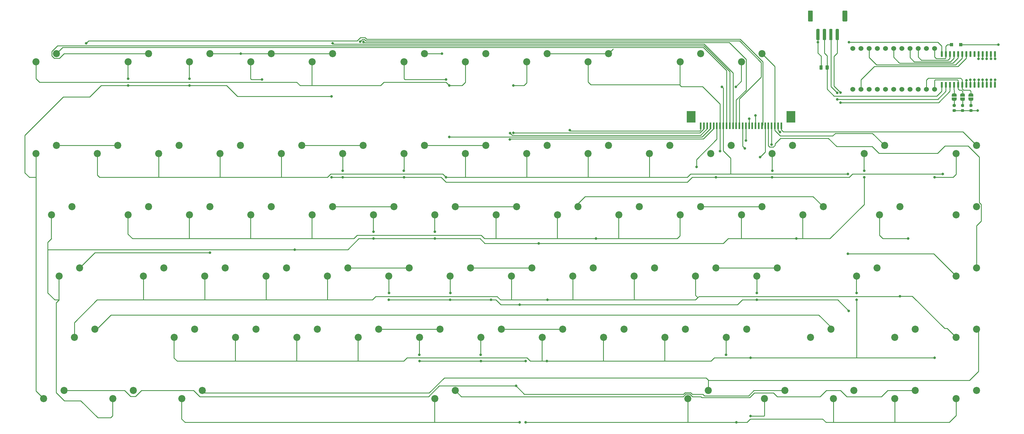
<source format=gbl>
G04 #@! TF.GenerationSoftware,KiCad,Pcbnew,(5.1.6)-1*
G04 #@! TF.CreationDate,2021-05-15T00:46:41-04:00*
G04 #@! TF.ProjectId,keyboard-layout-tall,6b657962-6f61-4726-942d-6c61796f7574,rev?*
G04 #@! TF.SameCoordinates,Original*
G04 #@! TF.FileFunction,Copper,L2,Bot*
G04 #@! TF.FilePolarity,Positive*
%FSLAX46Y46*%
G04 Gerber Fmt 4.6, Leading zero omitted, Abs format (unit mm)*
G04 Created by KiCad (PCBNEW (5.1.6)-1) date 2021-05-15 00:46:41*
%MOMM*%
%LPD*%
G01*
G04 APERTURE LIST*
G04 #@! TA.AperFunction,ComponentPad*
%ADD10C,2.200000*%
G04 #@! TD*
G04 #@! TA.AperFunction,ComponentPad*
%ADD11C,1.524000*%
G04 #@! TD*
G04 #@! TA.AperFunction,SMDPad,CuDef*
%ADD12R,0.610000X2.000000*%
G04 #@! TD*
G04 #@! TA.AperFunction,SMDPad,CuDef*
%ADD13R,2.680000X3.600000*%
G04 #@! TD*
G04 #@! TA.AperFunction,SMDPad,CuDef*
%ADD14R,1.100000X1.100000*%
G04 #@! TD*
G04 #@! TA.AperFunction,SMDPad,CuDef*
%ADD15C,0.100000*%
G04 #@! TD*
G04 #@! TA.AperFunction,ViaPad*
%ADD16C,0.800000*%
G04 #@! TD*
G04 #@! TA.AperFunction,Conductor*
%ADD17C,0.250000*%
G04 #@! TD*
G04 APERTURE END LIST*
D10*
X267393750Y-172095000D03*
X273743750Y-169555000D03*
X326925000Y-153045000D03*
X333275000Y-150505000D03*
X69750000Y-67320000D03*
X76100000Y-64780000D03*
D11*
X294800000Y-63150000D03*
X297340000Y-63150000D03*
X299880000Y-63150000D03*
X302420000Y-63150000D03*
X304960000Y-63150000D03*
X307500000Y-63150000D03*
X310040000Y-63150000D03*
X312580000Y-63150000D03*
X315120000Y-63150000D03*
X317660000Y-63150000D03*
X320200000Y-63150000D03*
X320200000Y-75850000D03*
X317660000Y-75850000D03*
X315120000Y-75850000D03*
X312580000Y-75850000D03*
X310040000Y-75850000D03*
X307500000Y-75850000D03*
X304960000Y-75850000D03*
X302420000Y-75850000D03*
X299880000Y-75850000D03*
X297340000Y-75850000D03*
X294800000Y-75850000D03*
D10*
X298350000Y-95895000D03*
X304700000Y-93355000D03*
X295968750Y-133995000D03*
X302318750Y-131455000D03*
X53081250Y-153045000D03*
X59431250Y-150505000D03*
X303112500Y-114945000D03*
X309462500Y-112405000D03*
X45937500Y-114945000D03*
X52287500Y-112405000D03*
X281681250Y-153045000D03*
X288031250Y-150505000D03*
X48318750Y-133995000D03*
X54668750Y-131455000D03*
X43556250Y-172095000D03*
X49906250Y-169555000D03*
X86418750Y-172095000D03*
X92768750Y-169555000D03*
X243581250Y-172095000D03*
X249931250Y-169555000D03*
X160237500Y-153045000D03*
X166587500Y-150505000D03*
X107850000Y-67320000D03*
X114200000Y-64780000D03*
X41175000Y-67320000D03*
X47525000Y-64780000D03*
X326925000Y-172095000D03*
X333275000Y-169555000D03*
X307875000Y-153045000D03*
X314225000Y-150505000D03*
X169762500Y-133995000D03*
X176112500Y-131455000D03*
X179287500Y-153045000D03*
X185637500Y-150505000D03*
X103087500Y-153045000D03*
X109437500Y-150505000D03*
X93562500Y-133995000D03*
X99912500Y-131455000D03*
X88800000Y-67320000D03*
X95150000Y-64780000D03*
X126900000Y-67320000D03*
X133250000Y-64780000D03*
X155475000Y-67320000D03*
X161825000Y-64780000D03*
X174525000Y-67320000D03*
X180875000Y-64780000D03*
X193575000Y-67320000D03*
X199925000Y-64780000D03*
X212625000Y-67320000D03*
X218975000Y-64780000D03*
X241200000Y-67320000D03*
X247550000Y-64780000D03*
X260250000Y-67320000D03*
X266600000Y-64780000D03*
X41175000Y-95895000D03*
X47525000Y-93355000D03*
X60225000Y-95895000D03*
X66575000Y-93355000D03*
X79275000Y-95895000D03*
X85625000Y-93355000D03*
X98325000Y-95895000D03*
X104675000Y-93355000D03*
X117375000Y-95895000D03*
X123725000Y-93355000D03*
X136425000Y-95895000D03*
X142775000Y-93355000D03*
X155475000Y-95895000D03*
X161825000Y-93355000D03*
X174525000Y-95895000D03*
X180875000Y-93355000D03*
X193575000Y-95895000D03*
X199925000Y-93355000D03*
X212625000Y-95895000D03*
X218975000Y-93355000D03*
X231675000Y-95895000D03*
X238025000Y-93355000D03*
X250725000Y-95895000D03*
X257075000Y-93355000D03*
X269775000Y-95895000D03*
X276125000Y-93355000D03*
X326925000Y-95895000D03*
X333275000Y-93355000D03*
X69750000Y-114945000D03*
X76100000Y-112405000D03*
X88800000Y-114945000D03*
X95150000Y-112405000D03*
X107850000Y-114945000D03*
X114200000Y-112405000D03*
X126900000Y-114945000D03*
X133250000Y-112405000D03*
X145950000Y-114945000D03*
X152300000Y-112405000D03*
X165000000Y-114945000D03*
X171350000Y-112405000D03*
X184050000Y-114945000D03*
X190400000Y-112405000D03*
X203100000Y-114945000D03*
X209450000Y-112405000D03*
X222150000Y-114945000D03*
X228500000Y-112405000D03*
X241200000Y-114945000D03*
X247550000Y-112405000D03*
X260250000Y-114945000D03*
X266600000Y-112405000D03*
X279300000Y-114945000D03*
X285650000Y-112405000D03*
X326925000Y-114945000D03*
X333275000Y-112405000D03*
X74512500Y-133995000D03*
X80862500Y-131455000D03*
X112612500Y-133995000D03*
X118962500Y-131455000D03*
X131662500Y-133995000D03*
X138012500Y-131455000D03*
X150712500Y-133995000D03*
X157062500Y-131455000D03*
X188812500Y-133995000D03*
X195162500Y-131455000D03*
X207862500Y-133995000D03*
X214212500Y-131455000D03*
X226912500Y-133995000D03*
X233262500Y-131455000D03*
X245962500Y-133995000D03*
X252312500Y-131455000D03*
X265012500Y-133995000D03*
X271362500Y-131455000D03*
X326925000Y-133995000D03*
X333275000Y-131455000D03*
X84037500Y-153045000D03*
X90387500Y-150505000D03*
X122137500Y-153045000D03*
X128487500Y-150505000D03*
X141187500Y-153045000D03*
X147537500Y-150505000D03*
X198337500Y-153045000D03*
X204687500Y-150505000D03*
X217387500Y-153045000D03*
X223737500Y-150505000D03*
X236437500Y-153045000D03*
X242787500Y-150505000D03*
X255487500Y-153045000D03*
X261837500Y-150505000D03*
X64987500Y-172095000D03*
X71337500Y-169555000D03*
X288825000Y-172095000D03*
X295175000Y-169555000D03*
X307875000Y-172095000D03*
X314225000Y-169555000D03*
D12*
X247600000Y-87200000D03*
X248600000Y-87200000D03*
X249600000Y-87200000D03*
X250600000Y-87200000D03*
X251600000Y-87200000D03*
X252600000Y-87200000D03*
X253600000Y-87200000D03*
X254600000Y-87200000D03*
X255600000Y-87200000D03*
X256600000Y-87200000D03*
X257600000Y-87200000D03*
X258600000Y-87200000D03*
X259600000Y-87200000D03*
X260600000Y-87200000D03*
X261600000Y-87200000D03*
X262600000Y-87200000D03*
X263600000Y-87200000D03*
X264600000Y-87200000D03*
X265600000Y-87200000D03*
X266600000Y-87200000D03*
X267600000Y-87200000D03*
X268600000Y-87200000D03*
X269600000Y-87200000D03*
X270600000Y-87200000D03*
X271600000Y-87200000D03*
X272600000Y-87200000D03*
D13*
X244610000Y-84400000D03*
X275590000Y-84400000D03*
D10*
X171350000Y-169555000D03*
X165000000Y-172095000D03*
G04 #@! TA.AperFunction,SMDPad,CuDef*
G36*
G01*
X322295000Y-64000000D02*
X322595000Y-64000000D01*
G75*
G02*
X322745000Y-64150000I0J-150000D01*
G01*
X322745000Y-65650000D01*
G75*
G02*
X322595000Y-65800000I-150000J0D01*
G01*
X322295000Y-65800000D01*
G75*
G02*
X322145000Y-65650000I0J150000D01*
G01*
X322145000Y-64150000D01*
G75*
G02*
X322295000Y-64000000I150000J0D01*
G01*
G37*
G04 #@! TD.AperFunction*
G04 #@! TA.AperFunction,SMDPad,CuDef*
G36*
G01*
X323565000Y-64000000D02*
X323865000Y-64000000D01*
G75*
G02*
X324015000Y-64150000I0J-150000D01*
G01*
X324015000Y-65650000D01*
G75*
G02*
X323865000Y-65800000I-150000J0D01*
G01*
X323565000Y-65800000D01*
G75*
G02*
X323415000Y-65650000I0J150000D01*
G01*
X323415000Y-64150000D01*
G75*
G02*
X323565000Y-64000000I150000J0D01*
G01*
G37*
G04 #@! TD.AperFunction*
G04 #@! TA.AperFunction,SMDPad,CuDef*
G36*
G01*
X324835000Y-64000000D02*
X325135000Y-64000000D01*
G75*
G02*
X325285000Y-64150000I0J-150000D01*
G01*
X325285000Y-65650000D01*
G75*
G02*
X325135000Y-65800000I-150000J0D01*
G01*
X324835000Y-65800000D01*
G75*
G02*
X324685000Y-65650000I0J150000D01*
G01*
X324685000Y-64150000D01*
G75*
G02*
X324835000Y-64000000I150000J0D01*
G01*
G37*
G04 #@! TD.AperFunction*
G04 #@! TA.AperFunction,SMDPad,CuDef*
G36*
G01*
X326105000Y-64000000D02*
X326405000Y-64000000D01*
G75*
G02*
X326555000Y-64150000I0J-150000D01*
G01*
X326555000Y-65650000D01*
G75*
G02*
X326405000Y-65800000I-150000J0D01*
G01*
X326105000Y-65800000D01*
G75*
G02*
X325955000Y-65650000I0J150000D01*
G01*
X325955000Y-64150000D01*
G75*
G02*
X326105000Y-64000000I150000J0D01*
G01*
G37*
G04 #@! TD.AperFunction*
G04 #@! TA.AperFunction,SMDPad,CuDef*
G36*
G01*
X327375000Y-64000000D02*
X327675000Y-64000000D01*
G75*
G02*
X327825000Y-64150000I0J-150000D01*
G01*
X327825000Y-65650000D01*
G75*
G02*
X327675000Y-65800000I-150000J0D01*
G01*
X327375000Y-65800000D01*
G75*
G02*
X327225000Y-65650000I0J150000D01*
G01*
X327225000Y-64150000D01*
G75*
G02*
X327375000Y-64000000I150000J0D01*
G01*
G37*
G04 #@! TD.AperFunction*
G04 #@! TA.AperFunction,SMDPad,CuDef*
G36*
G01*
X328645000Y-64000000D02*
X328945000Y-64000000D01*
G75*
G02*
X329095000Y-64150000I0J-150000D01*
G01*
X329095000Y-65650000D01*
G75*
G02*
X328945000Y-65800000I-150000J0D01*
G01*
X328645000Y-65800000D01*
G75*
G02*
X328495000Y-65650000I0J150000D01*
G01*
X328495000Y-64150000D01*
G75*
G02*
X328645000Y-64000000I150000J0D01*
G01*
G37*
G04 #@! TD.AperFunction*
G04 #@! TA.AperFunction,SMDPad,CuDef*
G36*
G01*
X329915000Y-64000000D02*
X330215000Y-64000000D01*
G75*
G02*
X330365000Y-64150000I0J-150000D01*
G01*
X330365000Y-65650000D01*
G75*
G02*
X330215000Y-65800000I-150000J0D01*
G01*
X329915000Y-65800000D01*
G75*
G02*
X329765000Y-65650000I0J150000D01*
G01*
X329765000Y-64150000D01*
G75*
G02*
X329915000Y-64000000I150000J0D01*
G01*
G37*
G04 #@! TD.AperFunction*
G04 #@! TA.AperFunction,SMDPad,CuDef*
G36*
G01*
X331185000Y-64000000D02*
X331485000Y-64000000D01*
G75*
G02*
X331635000Y-64150000I0J-150000D01*
G01*
X331635000Y-65650000D01*
G75*
G02*
X331485000Y-65800000I-150000J0D01*
G01*
X331185000Y-65800000D01*
G75*
G02*
X331035000Y-65650000I0J150000D01*
G01*
X331035000Y-64150000D01*
G75*
G02*
X331185000Y-64000000I150000J0D01*
G01*
G37*
G04 #@! TD.AperFunction*
G04 #@! TA.AperFunction,SMDPad,CuDef*
G36*
G01*
X332455000Y-64000000D02*
X332755000Y-64000000D01*
G75*
G02*
X332905000Y-64150000I0J-150000D01*
G01*
X332905000Y-65650000D01*
G75*
G02*
X332755000Y-65800000I-150000J0D01*
G01*
X332455000Y-65800000D01*
G75*
G02*
X332305000Y-65650000I0J150000D01*
G01*
X332305000Y-64150000D01*
G75*
G02*
X332455000Y-64000000I150000J0D01*
G01*
G37*
G04 #@! TD.AperFunction*
G04 #@! TA.AperFunction,SMDPad,CuDef*
G36*
G01*
X333725000Y-64000000D02*
X334025000Y-64000000D01*
G75*
G02*
X334175000Y-64150000I0J-150000D01*
G01*
X334175000Y-65650000D01*
G75*
G02*
X334025000Y-65800000I-150000J0D01*
G01*
X333725000Y-65800000D01*
G75*
G02*
X333575000Y-65650000I0J150000D01*
G01*
X333575000Y-64150000D01*
G75*
G02*
X333725000Y-64000000I150000J0D01*
G01*
G37*
G04 #@! TD.AperFunction*
G04 #@! TA.AperFunction,SMDPad,CuDef*
G36*
G01*
X334995000Y-64000000D02*
X335295000Y-64000000D01*
G75*
G02*
X335445000Y-64150000I0J-150000D01*
G01*
X335445000Y-65650000D01*
G75*
G02*
X335295000Y-65800000I-150000J0D01*
G01*
X334995000Y-65800000D01*
G75*
G02*
X334845000Y-65650000I0J150000D01*
G01*
X334845000Y-64150000D01*
G75*
G02*
X334995000Y-64000000I150000J0D01*
G01*
G37*
G04 #@! TD.AperFunction*
G04 #@! TA.AperFunction,SMDPad,CuDef*
G36*
G01*
X336265000Y-64000000D02*
X336565000Y-64000000D01*
G75*
G02*
X336715000Y-64150000I0J-150000D01*
G01*
X336715000Y-65650000D01*
G75*
G02*
X336565000Y-65800000I-150000J0D01*
G01*
X336265000Y-65800000D01*
G75*
G02*
X336115000Y-65650000I0J150000D01*
G01*
X336115000Y-64150000D01*
G75*
G02*
X336265000Y-64000000I150000J0D01*
G01*
G37*
G04 #@! TD.AperFunction*
G04 #@! TA.AperFunction,SMDPad,CuDef*
G36*
G01*
X337535000Y-64000000D02*
X337835000Y-64000000D01*
G75*
G02*
X337985000Y-64150000I0J-150000D01*
G01*
X337985000Y-65650000D01*
G75*
G02*
X337835000Y-65800000I-150000J0D01*
G01*
X337535000Y-65800000D01*
G75*
G02*
X337385000Y-65650000I0J150000D01*
G01*
X337385000Y-64150000D01*
G75*
G02*
X337535000Y-64000000I150000J0D01*
G01*
G37*
G04 #@! TD.AperFunction*
G04 #@! TA.AperFunction,SMDPad,CuDef*
G36*
G01*
X338805000Y-64000000D02*
X339105000Y-64000000D01*
G75*
G02*
X339255000Y-64150000I0J-150000D01*
G01*
X339255000Y-65650000D01*
G75*
G02*
X339105000Y-65800000I-150000J0D01*
G01*
X338805000Y-65800000D01*
G75*
G02*
X338655000Y-65650000I0J150000D01*
G01*
X338655000Y-64150000D01*
G75*
G02*
X338805000Y-64000000I150000J0D01*
G01*
G37*
G04 #@! TD.AperFunction*
G04 #@! TA.AperFunction,SMDPad,CuDef*
G36*
G01*
X338805000Y-73600000D02*
X339105000Y-73600000D01*
G75*
G02*
X339255000Y-73750000I0J-150000D01*
G01*
X339255000Y-75250000D01*
G75*
G02*
X339105000Y-75400000I-150000J0D01*
G01*
X338805000Y-75400000D01*
G75*
G02*
X338655000Y-75250000I0J150000D01*
G01*
X338655000Y-73750000D01*
G75*
G02*
X338805000Y-73600000I150000J0D01*
G01*
G37*
G04 #@! TD.AperFunction*
G04 #@! TA.AperFunction,SMDPad,CuDef*
G36*
G01*
X337535000Y-73600000D02*
X337835000Y-73600000D01*
G75*
G02*
X337985000Y-73750000I0J-150000D01*
G01*
X337985000Y-75250000D01*
G75*
G02*
X337835000Y-75400000I-150000J0D01*
G01*
X337535000Y-75400000D01*
G75*
G02*
X337385000Y-75250000I0J150000D01*
G01*
X337385000Y-73750000D01*
G75*
G02*
X337535000Y-73600000I150000J0D01*
G01*
G37*
G04 #@! TD.AperFunction*
G04 #@! TA.AperFunction,SMDPad,CuDef*
G36*
G01*
X336265000Y-73600000D02*
X336565000Y-73600000D01*
G75*
G02*
X336715000Y-73750000I0J-150000D01*
G01*
X336715000Y-75250000D01*
G75*
G02*
X336565000Y-75400000I-150000J0D01*
G01*
X336265000Y-75400000D01*
G75*
G02*
X336115000Y-75250000I0J150000D01*
G01*
X336115000Y-73750000D01*
G75*
G02*
X336265000Y-73600000I150000J0D01*
G01*
G37*
G04 #@! TD.AperFunction*
G04 #@! TA.AperFunction,SMDPad,CuDef*
G36*
G01*
X334995000Y-73600000D02*
X335295000Y-73600000D01*
G75*
G02*
X335445000Y-73750000I0J-150000D01*
G01*
X335445000Y-75250000D01*
G75*
G02*
X335295000Y-75400000I-150000J0D01*
G01*
X334995000Y-75400000D01*
G75*
G02*
X334845000Y-75250000I0J150000D01*
G01*
X334845000Y-73750000D01*
G75*
G02*
X334995000Y-73600000I150000J0D01*
G01*
G37*
G04 #@! TD.AperFunction*
G04 #@! TA.AperFunction,SMDPad,CuDef*
G36*
G01*
X333725000Y-73600000D02*
X334025000Y-73600000D01*
G75*
G02*
X334175000Y-73750000I0J-150000D01*
G01*
X334175000Y-75250000D01*
G75*
G02*
X334025000Y-75400000I-150000J0D01*
G01*
X333725000Y-75400000D01*
G75*
G02*
X333575000Y-75250000I0J150000D01*
G01*
X333575000Y-73750000D01*
G75*
G02*
X333725000Y-73600000I150000J0D01*
G01*
G37*
G04 #@! TD.AperFunction*
G04 #@! TA.AperFunction,SMDPad,CuDef*
G36*
G01*
X332455000Y-73600000D02*
X332755000Y-73600000D01*
G75*
G02*
X332905000Y-73750000I0J-150000D01*
G01*
X332905000Y-75250000D01*
G75*
G02*
X332755000Y-75400000I-150000J0D01*
G01*
X332455000Y-75400000D01*
G75*
G02*
X332305000Y-75250000I0J150000D01*
G01*
X332305000Y-73750000D01*
G75*
G02*
X332455000Y-73600000I150000J0D01*
G01*
G37*
G04 #@! TD.AperFunction*
G04 #@! TA.AperFunction,SMDPad,CuDef*
G36*
G01*
X331185000Y-73600000D02*
X331485000Y-73600000D01*
G75*
G02*
X331635000Y-73750000I0J-150000D01*
G01*
X331635000Y-75250000D01*
G75*
G02*
X331485000Y-75400000I-150000J0D01*
G01*
X331185000Y-75400000D01*
G75*
G02*
X331035000Y-75250000I0J150000D01*
G01*
X331035000Y-73750000D01*
G75*
G02*
X331185000Y-73600000I150000J0D01*
G01*
G37*
G04 #@! TD.AperFunction*
G04 #@! TA.AperFunction,SMDPad,CuDef*
G36*
G01*
X329915000Y-73600000D02*
X330215000Y-73600000D01*
G75*
G02*
X330365000Y-73750000I0J-150000D01*
G01*
X330365000Y-75250000D01*
G75*
G02*
X330215000Y-75400000I-150000J0D01*
G01*
X329915000Y-75400000D01*
G75*
G02*
X329765000Y-75250000I0J150000D01*
G01*
X329765000Y-73750000D01*
G75*
G02*
X329915000Y-73600000I150000J0D01*
G01*
G37*
G04 #@! TD.AperFunction*
G04 #@! TA.AperFunction,SMDPad,CuDef*
G36*
G01*
X328645000Y-73600000D02*
X328945000Y-73600000D01*
G75*
G02*
X329095000Y-73750000I0J-150000D01*
G01*
X329095000Y-75250000D01*
G75*
G02*
X328945000Y-75400000I-150000J0D01*
G01*
X328645000Y-75400000D01*
G75*
G02*
X328495000Y-75250000I0J150000D01*
G01*
X328495000Y-73750000D01*
G75*
G02*
X328645000Y-73600000I150000J0D01*
G01*
G37*
G04 #@! TD.AperFunction*
G04 #@! TA.AperFunction,SMDPad,CuDef*
G36*
G01*
X327375000Y-73600000D02*
X327675000Y-73600000D01*
G75*
G02*
X327825000Y-73750000I0J-150000D01*
G01*
X327825000Y-75250000D01*
G75*
G02*
X327675000Y-75400000I-150000J0D01*
G01*
X327375000Y-75400000D01*
G75*
G02*
X327225000Y-75250000I0J150000D01*
G01*
X327225000Y-73750000D01*
G75*
G02*
X327375000Y-73600000I150000J0D01*
G01*
G37*
G04 #@! TD.AperFunction*
G04 #@! TA.AperFunction,SMDPad,CuDef*
G36*
G01*
X326105000Y-73600000D02*
X326405000Y-73600000D01*
G75*
G02*
X326555000Y-73750000I0J-150000D01*
G01*
X326555000Y-75250000D01*
G75*
G02*
X326405000Y-75400000I-150000J0D01*
G01*
X326105000Y-75400000D01*
G75*
G02*
X325955000Y-75250000I0J150000D01*
G01*
X325955000Y-73750000D01*
G75*
G02*
X326105000Y-73600000I150000J0D01*
G01*
G37*
G04 #@! TD.AperFunction*
G04 #@! TA.AperFunction,SMDPad,CuDef*
G36*
G01*
X324835000Y-73600000D02*
X325135000Y-73600000D01*
G75*
G02*
X325285000Y-73750000I0J-150000D01*
G01*
X325285000Y-75250000D01*
G75*
G02*
X325135000Y-75400000I-150000J0D01*
G01*
X324835000Y-75400000D01*
G75*
G02*
X324685000Y-75250000I0J150000D01*
G01*
X324685000Y-73750000D01*
G75*
G02*
X324835000Y-73600000I150000J0D01*
G01*
G37*
G04 #@! TD.AperFunction*
G04 #@! TA.AperFunction,SMDPad,CuDef*
G36*
G01*
X323565000Y-73600000D02*
X323865000Y-73600000D01*
G75*
G02*
X324015000Y-73750000I0J-150000D01*
G01*
X324015000Y-75250000D01*
G75*
G02*
X323865000Y-75400000I-150000J0D01*
G01*
X323565000Y-75400000D01*
G75*
G02*
X323415000Y-75250000I0J150000D01*
G01*
X323415000Y-73750000D01*
G75*
G02*
X323565000Y-73600000I150000J0D01*
G01*
G37*
G04 #@! TD.AperFunction*
G04 #@! TA.AperFunction,SMDPad,CuDef*
G36*
G01*
X322295000Y-73600000D02*
X322595000Y-73600000D01*
G75*
G02*
X322745000Y-73750000I0J-150000D01*
G01*
X322745000Y-75250000D01*
G75*
G02*
X322595000Y-75400000I-150000J0D01*
G01*
X322295000Y-75400000D01*
G75*
G02*
X322145000Y-75250000I0J150000D01*
G01*
X322145000Y-73750000D01*
G75*
G02*
X322295000Y-73600000I150000J0D01*
G01*
G37*
G04 #@! TD.AperFunction*
G04 #@! TA.AperFunction,SMDPad,CuDef*
G36*
G01*
X287325000Y-68643750D02*
X287325000Y-69556250D01*
G75*
G02*
X287081250Y-69800000I-243750J0D01*
G01*
X286593750Y-69800000D01*
G75*
G02*
X286350000Y-69556250I0J243750D01*
G01*
X286350000Y-68643750D01*
G75*
G02*
X286593750Y-68400000I243750J0D01*
G01*
X287081250Y-68400000D01*
G75*
G02*
X287325000Y-68643750I0J-243750D01*
G01*
G37*
G04 #@! TD.AperFunction*
G04 #@! TA.AperFunction,SMDPad,CuDef*
G36*
G01*
X285450000Y-68643750D02*
X285450000Y-69556250D01*
G75*
G02*
X285206250Y-69800000I-243750J0D01*
G01*
X284718750Y-69800000D01*
G75*
G02*
X284475000Y-69556250I0J243750D01*
G01*
X284475000Y-68643750D01*
G75*
G02*
X284718750Y-68400000I243750J0D01*
G01*
X285206250Y-68400000D01*
G75*
G02*
X285450000Y-68643750I0J-243750D01*
G01*
G37*
G04 #@! TD.AperFunction*
D14*
X328300000Y-62000000D03*
X325500000Y-62000000D03*
G04 #@! TA.AperFunction,SMDPad,CuDef*
D15*
G36*
X332249398Y-78950000D02*
G01*
X332249398Y-78974534D01*
X332244588Y-79023365D01*
X332235016Y-79071490D01*
X332220772Y-79118445D01*
X332201995Y-79163778D01*
X332178864Y-79207051D01*
X332151604Y-79247850D01*
X332120476Y-79285779D01*
X332085779Y-79320476D01*
X332047850Y-79351604D01*
X332007051Y-79378864D01*
X331963778Y-79401995D01*
X331918445Y-79420772D01*
X331871490Y-79435016D01*
X331823365Y-79444588D01*
X331774534Y-79449398D01*
X331750000Y-79449398D01*
X331750000Y-79450000D01*
X331250000Y-79450000D01*
X331250000Y-79449398D01*
X331225466Y-79449398D01*
X331176635Y-79444588D01*
X331128510Y-79435016D01*
X331081555Y-79420772D01*
X331036222Y-79401995D01*
X330992949Y-79378864D01*
X330952150Y-79351604D01*
X330914221Y-79320476D01*
X330879524Y-79285779D01*
X330848396Y-79247850D01*
X330821136Y-79207051D01*
X330798005Y-79163778D01*
X330779228Y-79118445D01*
X330764984Y-79071490D01*
X330755412Y-79023365D01*
X330750602Y-78974534D01*
X330750602Y-78950000D01*
X330750000Y-78950000D01*
X330750000Y-78450000D01*
X332250000Y-78450000D01*
X332250000Y-78950000D01*
X332249398Y-78950000D01*
G37*
G04 #@! TD.AperFunction*
G04 #@! TA.AperFunction,SMDPad,CuDef*
G36*
X330750000Y-78150000D02*
G01*
X330750000Y-77650000D01*
X330750602Y-77650000D01*
X330750602Y-77625466D01*
X330755412Y-77576635D01*
X330764984Y-77528510D01*
X330779228Y-77481555D01*
X330798005Y-77436222D01*
X330821136Y-77392949D01*
X330848396Y-77352150D01*
X330879524Y-77314221D01*
X330914221Y-77279524D01*
X330952150Y-77248396D01*
X330992949Y-77221136D01*
X331036222Y-77198005D01*
X331081555Y-77179228D01*
X331128510Y-77164984D01*
X331176635Y-77155412D01*
X331225466Y-77150602D01*
X331250000Y-77150602D01*
X331250000Y-77150000D01*
X331750000Y-77150000D01*
X331750000Y-77150602D01*
X331774534Y-77150602D01*
X331823365Y-77155412D01*
X331871490Y-77164984D01*
X331918445Y-77179228D01*
X331963778Y-77198005D01*
X332007051Y-77221136D01*
X332047850Y-77248396D01*
X332085779Y-77279524D01*
X332120476Y-77314221D01*
X332151604Y-77352150D01*
X332178864Y-77392949D01*
X332201995Y-77436222D01*
X332220772Y-77481555D01*
X332235016Y-77528510D01*
X332244588Y-77576635D01*
X332249398Y-77625466D01*
X332249398Y-77650000D01*
X332250000Y-77650000D01*
X332250000Y-78150000D01*
X330750000Y-78150000D01*
G37*
G04 #@! TD.AperFunction*
G04 #@! TA.AperFunction,SMDPad,CuDef*
G36*
X328150000Y-78150000D02*
G01*
X328150000Y-77650000D01*
X328150602Y-77650000D01*
X328150602Y-77625466D01*
X328155412Y-77576635D01*
X328164984Y-77528510D01*
X328179228Y-77481555D01*
X328198005Y-77436222D01*
X328221136Y-77392949D01*
X328248396Y-77352150D01*
X328279524Y-77314221D01*
X328314221Y-77279524D01*
X328352150Y-77248396D01*
X328392949Y-77221136D01*
X328436222Y-77198005D01*
X328481555Y-77179228D01*
X328528510Y-77164984D01*
X328576635Y-77155412D01*
X328625466Y-77150602D01*
X328650000Y-77150602D01*
X328650000Y-77150000D01*
X329150000Y-77150000D01*
X329150000Y-77150602D01*
X329174534Y-77150602D01*
X329223365Y-77155412D01*
X329271490Y-77164984D01*
X329318445Y-77179228D01*
X329363778Y-77198005D01*
X329407051Y-77221136D01*
X329447850Y-77248396D01*
X329485779Y-77279524D01*
X329520476Y-77314221D01*
X329551604Y-77352150D01*
X329578864Y-77392949D01*
X329601995Y-77436222D01*
X329620772Y-77481555D01*
X329635016Y-77528510D01*
X329644588Y-77576635D01*
X329649398Y-77625466D01*
X329649398Y-77650000D01*
X329650000Y-77650000D01*
X329650000Y-78150000D01*
X328150000Y-78150000D01*
G37*
G04 #@! TD.AperFunction*
G04 #@! TA.AperFunction,SMDPad,CuDef*
G36*
X329649398Y-78950000D02*
G01*
X329649398Y-78974534D01*
X329644588Y-79023365D01*
X329635016Y-79071490D01*
X329620772Y-79118445D01*
X329601995Y-79163778D01*
X329578864Y-79207051D01*
X329551604Y-79247850D01*
X329520476Y-79285779D01*
X329485779Y-79320476D01*
X329447850Y-79351604D01*
X329407051Y-79378864D01*
X329363778Y-79401995D01*
X329318445Y-79420772D01*
X329271490Y-79435016D01*
X329223365Y-79444588D01*
X329174534Y-79449398D01*
X329150000Y-79449398D01*
X329150000Y-79450000D01*
X328650000Y-79450000D01*
X328650000Y-79449398D01*
X328625466Y-79449398D01*
X328576635Y-79444588D01*
X328528510Y-79435016D01*
X328481555Y-79420772D01*
X328436222Y-79401995D01*
X328392949Y-79378864D01*
X328352150Y-79351604D01*
X328314221Y-79320476D01*
X328279524Y-79285779D01*
X328248396Y-79247850D01*
X328221136Y-79207051D01*
X328198005Y-79163778D01*
X328179228Y-79118445D01*
X328164984Y-79071490D01*
X328155412Y-79023365D01*
X328150602Y-78974534D01*
X328150602Y-78950000D01*
X328150000Y-78950000D01*
X328150000Y-78450000D01*
X329650000Y-78450000D01*
X329650000Y-78950000D01*
X329649398Y-78950000D01*
G37*
G04 #@! TD.AperFunction*
G04 #@! TA.AperFunction,SMDPad,CuDef*
G36*
X325550000Y-78150000D02*
G01*
X325550000Y-77650000D01*
X325550602Y-77650000D01*
X325550602Y-77625466D01*
X325555412Y-77576635D01*
X325564984Y-77528510D01*
X325579228Y-77481555D01*
X325598005Y-77436222D01*
X325621136Y-77392949D01*
X325648396Y-77352150D01*
X325679524Y-77314221D01*
X325714221Y-77279524D01*
X325752150Y-77248396D01*
X325792949Y-77221136D01*
X325836222Y-77198005D01*
X325881555Y-77179228D01*
X325928510Y-77164984D01*
X325976635Y-77155412D01*
X326025466Y-77150602D01*
X326050000Y-77150602D01*
X326050000Y-77150000D01*
X326550000Y-77150000D01*
X326550000Y-77150602D01*
X326574534Y-77150602D01*
X326623365Y-77155412D01*
X326671490Y-77164984D01*
X326718445Y-77179228D01*
X326763778Y-77198005D01*
X326807051Y-77221136D01*
X326847850Y-77248396D01*
X326885779Y-77279524D01*
X326920476Y-77314221D01*
X326951604Y-77352150D01*
X326978864Y-77392949D01*
X327001995Y-77436222D01*
X327020772Y-77481555D01*
X327035016Y-77528510D01*
X327044588Y-77576635D01*
X327049398Y-77625466D01*
X327049398Y-77650000D01*
X327050000Y-77650000D01*
X327050000Y-78150000D01*
X325550000Y-78150000D01*
G37*
G04 #@! TD.AperFunction*
G04 #@! TA.AperFunction,SMDPad,CuDef*
G36*
X327049398Y-78950000D02*
G01*
X327049398Y-78974534D01*
X327044588Y-79023365D01*
X327035016Y-79071490D01*
X327020772Y-79118445D01*
X327001995Y-79163778D01*
X326978864Y-79207051D01*
X326951604Y-79247850D01*
X326920476Y-79285779D01*
X326885779Y-79320476D01*
X326847850Y-79351604D01*
X326807051Y-79378864D01*
X326763778Y-79401995D01*
X326718445Y-79420772D01*
X326671490Y-79435016D01*
X326623365Y-79444588D01*
X326574534Y-79449398D01*
X326550000Y-79449398D01*
X326550000Y-79450000D01*
X326050000Y-79450000D01*
X326050000Y-79449398D01*
X326025466Y-79449398D01*
X325976635Y-79444588D01*
X325928510Y-79435016D01*
X325881555Y-79420772D01*
X325836222Y-79401995D01*
X325792949Y-79378864D01*
X325752150Y-79351604D01*
X325714221Y-79320476D01*
X325679524Y-79285779D01*
X325648396Y-79247850D01*
X325621136Y-79207051D01*
X325598005Y-79163778D01*
X325579228Y-79118445D01*
X325564984Y-79071490D01*
X325555412Y-79023365D01*
X325550602Y-78974534D01*
X325550602Y-78950000D01*
X325550000Y-78950000D01*
X325550000Y-78450000D01*
X327050000Y-78450000D01*
X327050000Y-78950000D01*
X327049398Y-78950000D01*
G37*
G04 #@! TD.AperFunction*
G04 #@! TA.AperFunction,SMDPad,CuDef*
G36*
G01*
X331243750Y-80475000D02*
X331756250Y-80475000D01*
G75*
G02*
X331975000Y-80693750I0J-218750D01*
G01*
X331975000Y-81131250D01*
G75*
G02*
X331756250Y-81350000I-218750J0D01*
G01*
X331243750Y-81350000D01*
G75*
G02*
X331025000Y-81131250I0J218750D01*
G01*
X331025000Y-80693750D01*
G75*
G02*
X331243750Y-80475000I218750J0D01*
G01*
G37*
G04 #@! TD.AperFunction*
G04 #@! TA.AperFunction,SMDPad,CuDef*
G36*
G01*
X331243750Y-82050000D02*
X331756250Y-82050000D01*
G75*
G02*
X331975000Y-82268750I0J-218750D01*
G01*
X331975000Y-82706250D01*
G75*
G02*
X331756250Y-82925000I-218750J0D01*
G01*
X331243750Y-82925000D01*
G75*
G02*
X331025000Y-82706250I0J218750D01*
G01*
X331025000Y-82268750D01*
G75*
G02*
X331243750Y-82050000I218750J0D01*
G01*
G37*
G04 #@! TD.AperFunction*
G04 #@! TA.AperFunction,SMDPad,CuDef*
G36*
G01*
X328643750Y-82050000D02*
X329156250Y-82050000D01*
G75*
G02*
X329375000Y-82268750I0J-218750D01*
G01*
X329375000Y-82706250D01*
G75*
G02*
X329156250Y-82925000I-218750J0D01*
G01*
X328643750Y-82925000D01*
G75*
G02*
X328425000Y-82706250I0J218750D01*
G01*
X328425000Y-82268750D01*
G75*
G02*
X328643750Y-82050000I218750J0D01*
G01*
G37*
G04 #@! TD.AperFunction*
G04 #@! TA.AperFunction,SMDPad,CuDef*
G36*
G01*
X328643750Y-80475000D02*
X329156250Y-80475000D01*
G75*
G02*
X329375000Y-80693750I0J-218750D01*
G01*
X329375000Y-81131250D01*
G75*
G02*
X329156250Y-81350000I-218750J0D01*
G01*
X328643750Y-81350000D01*
G75*
G02*
X328425000Y-81131250I0J218750D01*
G01*
X328425000Y-80693750D01*
G75*
G02*
X328643750Y-80475000I218750J0D01*
G01*
G37*
G04 #@! TD.AperFunction*
G04 #@! TA.AperFunction,SMDPad,CuDef*
G36*
G01*
X326043750Y-80475000D02*
X326556250Y-80475000D01*
G75*
G02*
X326775000Y-80693750I0J-218750D01*
G01*
X326775000Y-81131250D01*
G75*
G02*
X326556250Y-81350000I-218750J0D01*
G01*
X326043750Y-81350000D01*
G75*
G02*
X325825000Y-81131250I0J218750D01*
G01*
X325825000Y-80693750D01*
G75*
G02*
X326043750Y-80475000I218750J0D01*
G01*
G37*
G04 #@! TD.AperFunction*
G04 #@! TA.AperFunction,SMDPad,CuDef*
G36*
G01*
X326043750Y-82050000D02*
X326556250Y-82050000D01*
G75*
G02*
X326775000Y-82268750I0J-218750D01*
G01*
X326775000Y-82706250D01*
G75*
G02*
X326556250Y-82925000I-218750J0D01*
G01*
X326043750Y-82925000D01*
G75*
G02*
X325825000Y-82706250I0J218750D01*
G01*
X325825000Y-82268750D01*
G75*
G02*
X326043750Y-82050000I218750J0D01*
G01*
G37*
G04 #@! TD.AperFunction*
G04 #@! TA.AperFunction,SMDPad,CuDef*
G36*
G01*
X283500000Y-60350000D02*
X283500000Y-57350000D01*
G75*
G02*
X283750000Y-57100000I250000J0D01*
G01*
X284250000Y-57100000D01*
G75*
G02*
X284500000Y-57350000I0J-250000D01*
G01*
X284500000Y-60350000D01*
G75*
G02*
X284250000Y-60600000I-250000J0D01*
G01*
X283750000Y-60600000D01*
G75*
G02*
X283500000Y-60350000I0J250000D01*
G01*
G37*
G04 #@! TD.AperFunction*
G04 #@! TA.AperFunction,SMDPad,CuDef*
G36*
G01*
X285500000Y-60350000D02*
X285500000Y-57350000D01*
G75*
G02*
X285750000Y-57100000I250000J0D01*
G01*
X286250000Y-57100000D01*
G75*
G02*
X286500000Y-57350000I0J-250000D01*
G01*
X286500000Y-60350000D01*
G75*
G02*
X286250000Y-60600000I-250000J0D01*
G01*
X285750000Y-60600000D01*
G75*
G02*
X285500000Y-60350000I0J250000D01*
G01*
G37*
G04 #@! TD.AperFunction*
G04 #@! TA.AperFunction,SMDPad,CuDef*
G36*
G01*
X287500000Y-60350000D02*
X287500000Y-57350000D01*
G75*
G02*
X287750000Y-57100000I250000J0D01*
G01*
X288250000Y-57100000D01*
G75*
G02*
X288500000Y-57350000I0J-250000D01*
G01*
X288500000Y-60350000D01*
G75*
G02*
X288250000Y-60600000I-250000J0D01*
G01*
X287750000Y-60600000D01*
G75*
G02*
X287500000Y-60350000I0J250000D01*
G01*
G37*
G04 #@! TD.AperFunction*
G04 #@! TA.AperFunction,SMDPad,CuDef*
G36*
G01*
X289500000Y-60350000D02*
X289500000Y-57350000D01*
G75*
G02*
X289750000Y-57100000I250000J0D01*
G01*
X290250000Y-57100000D01*
G75*
G02*
X290500000Y-57350000I0J-250000D01*
G01*
X290500000Y-60350000D01*
G75*
G02*
X290250000Y-60600000I-250000J0D01*
G01*
X289750000Y-60600000D01*
G75*
G02*
X289500000Y-60350000I0J250000D01*
G01*
G37*
G04 #@! TD.AperFunction*
G04 #@! TA.AperFunction,SMDPad,CuDef*
G36*
G01*
X280900000Y-54550000D02*
X280900000Y-51650000D01*
G75*
G02*
X281150000Y-51400000I250000J0D01*
G01*
X282150000Y-51400000D01*
G75*
G02*
X282400000Y-51650000I0J-250000D01*
G01*
X282400000Y-54550000D01*
G75*
G02*
X282150000Y-54800000I-250000J0D01*
G01*
X281150000Y-54800000D01*
G75*
G02*
X280900000Y-54550000I0J250000D01*
G01*
G37*
G04 #@! TD.AperFunction*
G04 #@! TA.AperFunction,SMDPad,CuDef*
G36*
G01*
X291600000Y-54550000D02*
X291600000Y-51650000D01*
G75*
G02*
X291850000Y-51400000I250000J0D01*
G01*
X292850000Y-51400000D01*
G75*
G02*
X293100000Y-51650000I0J-250000D01*
G01*
X293100000Y-54550000D01*
G75*
G02*
X292850000Y-54800000I-250000J0D01*
G01*
X291850000Y-54800000D01*
G75*
G02*
X291600000Y-54550000I0J250000D01*
G01*
G37*
G04 #@! TD.AperFunction*
D16*
X168480000Y-103261000D03*
X293321000Y-102245000D03*
X293321002Y-127010002D03*
X258500000Y-75100000D03*
X254200000Y-75100000D03*
X132920000Y-78115000D03*
X132920000Y-103261000D03*
X322785000Y-102245000D03*
X253600000Y-95100000D03*
X252270000Y-103270000D03*
X258650000Y-179461000D03*
X193245000Y-160411000D03*
X193245000Y-179461000D03*
X246300000Y-100000002D03*
X263095000Y-159395000D03*
X320245000Y-159395000D03*
X320245000Y-103261000D03*
X188259990Y-91425000D03*
X199820000Y-160420000D03*
X169505000Y-74695000D03*
X182441000Y-141370000D03*
X191340000Y-142885000D03*
X191340000Y-179461000D03*
X293575000Y-144790000D03*
X169505000Y-90705000D03*
X311990000Y-122311000D03*
X309450000Y-140218000D03*
X188400000Y-89500000D03*
X199970000Y-141370000D03*
X189435000Y-74686000D03*
X197309000Y-123835000D03*
X121490000Y-125740000D03*
X277319000Y-122311000D03*
X189435000Y-89435000D03*
X272200000Y-89200000D03*
X269600000Y-93074990D03*
X167210000Y-64780000D03*
X190225001Y-168129999D03*
X266000000Y-97000000D03*
X56720000Y-61605000D03*
X264600000Y-84000000D03*
X262600000Y-85000000D03*
X261600000Y-91800000D03*
X261300000Y-94300000D03*
X141810000Y-61097000D03*
X142826000Y-61134000D03*
X104726000Y-64780000D03*
X133301000Y-61605000D03*
X95150000Y-126692500D03*
X168480000Y-72800000D03*
X88800000Y-72600000D03*
X88795000Y-74695000D03*
X69800000Y-72600000D03*
X69750000Y-74740000D03*
X155400000Y-101200000D03*
X155475000Y-103270000D03*
X136400000Y-101200000D03*
X136425000Y-103270000D03*
X269800000Y-101200000D03*
X269775000Y-103270000D03*
X160200000Y-158400000D03*
X160237500Y-160420000D03*
X179200000Y-158400000D03*
X179287500Y-160420000D03*
X255400000Y-158400000D03*
X296000000Y-139200000D03*
X295968750Y-141370000D03*
X263095000Y-177495000D03*
X265000000Y-139200000D03*
X265012500Y-141370000D03*
X169800000Y-139200000D03*
X169762500Y-141370000D03*
X150800000Y-139200000D03*
X150712500Y-141370000D03*
X111330000Y-72800000D03*
X298400000Y-101200000D03*
X298400000Y-103200000D03*
X146000000Y-120200000D03*
X145950000Y-122320000D03*
X165000000Y-120200000D03*
X165000000Y-122320000D03*
X206900000Y-88600000D03*
X215020000Y-122320000D03*
X339000000Y-72900000D03*
X339000000Y-66400000D03*
X337700000Y-66400000D03*
X336400000Y-66400000D03*
X335100000Y-66400000D03*
X333800000Y-66400000D03*
X330100000Y-73125000D03*
X331300000Y-72900000D03*
X332600000Y-72900000D03*
X333900000Y-72900000D03*
X335100000Y-72900000D03*
X336400000Y-72900000D03*
X337700000Y-72900000D03*
X293600000Y-61200000D03*
X284000000Y-61200000D03*
X290000000Y-77000000D03*
X290000000Y-79000000D03*
X291000000Y-76900000D03*
X291000000Y-80000000D03*
X340000000Y-62000000D03*
X333600000Y-82500000D03*
D17*
X174525000Y-103270000D02*
X193575000Y-103270000D01*
X193575000Y-103270000D02*
X212625000Y-103270000D01*
X212625000Y-103270000D02*
X231675000Y-103270000D01*
X79275000Y-103270000D02*
X98325000Y-103270000D01*
X98325000Y-103270000D02*
X117375000Y-103270000D01*
X174516000Y-103261000D02*
X174525000Y-103270000D01*
X168480000Y-103261000D02*
X174516000Y-103261000D01*
X117375000Y-103270000D02*
X131641000Y-103270000D01*
X131641000Y-103270000D02*
X132666000Y-102245000D01*
X167464000Y-102245000D02*
X168480000Y-103261000D01*
X132666000Y-102245000D02*
X167464000Y-102245000D01*
X231675000Y-103270000D02*
X243401000Y-103270000D01*
X243401000Y-103270000D02*
X244426000Y-102245000D01*
X260555000Y-102245000D02*
X262460000Y-102245000D01*
X289599000Y-102206000D02*
X289638000Y-102245000D01*
X262460000Y-102245000D02*
X289638000Y-102245000D01*
X289638000Y-102245000D02*
X293321000Y-102245000D01*
X258530000Y-75070000D02*
X258500000Y-75100000D01*
X254600000Y-75500000D02*
X254200000Y-75100000D01*
X254600000Y-87200000D02*
X254600000Y-75500000D01*
X256860001Y-102239999D02*
X256855000Y-102245000D01*
X254600000Y-95058998D02*
X256860001Y-97318999D01*
X254600000Y-87200000D02*
X254600000Y-95058998D01*
X256860001Y-97318999D02*
X256860001Y-102239999D01*
X244426000Y-102245000D02*
X256855000Y-102245000D01*
X256855000Y-102245000D02*
X260555000Y-102245000D01*
X155475000Y-103270000D02*
X136425000Y-103270000D01*
X37670000Y-90180000D02*
X37670000Y-101864000D01*
X37670000Y-101864000D02*
X39076000Y-103270000D01*
X250716000Y-103261000D02*
X250725000Y-103270000D01*
X244934000Y-103261000D02*
X250716000Y-103261000D01*
X155475000Y-103270000D02*
X166965000Y-103270000D01*
X166965000Y-103270000D02*
X168480000Y-104785000D01*
X243410000Y-104785000D02*
X244934000Y-103261000D01*
X168480000Y-104785000D02*
X243410000Y-104785000D01*
X136416000Y-103261000D02*
X136425000Y-103270000D01*
X132920000Y-103261000D02*
X136416000Y-103261000D01*
X293693000Y-103270000D02*
X294718000Y-102245000D01*
X294718000Y-102245000D02*
X322785000Y-102245000D01*
X41175000Y-103270000D02*
X41111249Y-103333751D01*
X269775000Y-103270000D02*
X288613000Y-103270000D01*
X288613000Y-103270000D02*
X293693000Y-103270000D01*
X57863000Y-78242000D02*
X49608000Y-78242000D01*
X61410000Y-74695000D02*
X57863000Y-78242000D01*
X39875000Y-87975000D02*
X37670000Y-90180000D01*
X40083000Y-87767000D02*
X39875000Y-87975000D01*
X49608000Y-78242000D02*
X39875000Y-87975000D01*
X132920000Y-78115000D02*
X103710000Y-78115000D01*
X103710000Y-78115000D02*
X100290000Y-74695000D01*
X253600000Y-87200000D02*
X253600000Y-80500000D01*
X253600000Y-80500000D02*
X248170000Y-75070000D01*
X253600000Y-87200000D02*
X253600000Y-95100000D01*
X250725000Y-103270000D02*
X252270000Y-103270000D01*
X252270000Y-103270000D02*
X269775000Y-103270000D01*
X88800000Y-74700000D02*
X88795000Y-74695000D01*
X100290000Y-74695000D02*
X88795000Y-74695000D01*
X69750000Y-74740000D02*
X69705000Y-74695000D01*
X88795000Y-74695000D02*
X69705000Y-74695000D01*
X69705000Y-74695000D02*
X61410000Y-74695000D01*
X243590250Y-179461000D02*
X243581250Y-179470000D01*
X258650000Y-179461000D02*
X243590250Y-179461000D01*
X258650000Y-179461000D02*
X261952000Y-179461000D01*
X261952000Y-179461000D02*
X262968000Y-178445000D01*
X286472000Y-179470000D02*
X288825000Y-179470000D01*
X285447000Y-178445000D02*
X286472000Y-179470000D01*
X160237500Y-160420000D02*
X179287500Y-160420000D01*
X179287500Y-160420000D02*
X193236000Y-160420000D01*
X193236000Y-160420000D02*
X193245000Y-160411000D01*
X243572250Y-179461000D02*
X243581250Y-179470000D01*
X193245000Y-179461000D02*
X243572250Y-179461000D01*
X284685000Y-178445000D02*
X285447000Y-178445000D01*
X262968000Y-178445000D02*
X284685000Y-178445000D01*
X252600000Y-87200000D02*
X252600000Y-91400000D01*
X246300000Y-97700000D02*
X246300000Y-100000002D01*
X252600000Y-91400000D02*
X246300000Y-97700000D01*
X236437500Y-160420000D02*
X217387500Y-160420000D01*
X141187500Y-160420000D02*
X122137500Y-160420000D01*
X103087500Y-160420000D02*
X122137500Y-160420000D01*
X141187500Y-160420000D02*
X155390000Y-160420000D01*
X155390000Y-160420000D02*
X156415000Y-159395000D01*
X156415000Y-159395000D02*
X193626000Y-159395000D01*
X194651000Y-160420000D02*
X198337500Y-160420000D01*
X193626000Y-159395000D02*
X194651000Y-160420000D01*
X236437500Y-160420000D02*
X250767000Y-160420000D01*
X250767000Y-160420000D02*
X251792000Y-159395000D01*
X251792000Y-159395000D02*
X263095000Y-159395000D01*
X295968750Y-141370000D02*
X295968750Y-159375750D01*
X281079560Y-159395000D02*
X263095000Y-159395000D01*
X281098810Y-159375750D02*
X281079560Y-159395000D01*
X295968750Y-159375750D02*
X281098810Y-159375750D01*
X295968750Y-159375750D02*
X320225750Y-159375750D01*
X320225750Y-159375750D02*
X320245000Y-159395000D01*
X251600000Y-88090002D02*
X248390002Y-91300000D01*
X251600000Y-87200000D02*
X251600000Y-88090002D01*
X248390002Y-91300000D02*
X247200000Y-91300000D01*
X247200000Y-91300000D02*
X188384990Y-91300000D01*
X188384990Y-91300000D02*
X188259990Y-91425000D01*
X217387500Y-160420000D02*
X199820000Y-160420000D01*
X199820000Y-160420000D02*
X198337500Y-160420000D01*
X150712500Y-141370000D02*
X169762500Y-141370000D01*
X126900000Y-74695000D02*
X148151000Y-74695000D01*
X148151000Y-74695000D02*
X149176000Y-73670000D01*
X149176000Y-73670000D02*
X168480000Y-73670000D01*
X168480000Y-73670000D02*
X169505000Y-74695000D01*
X183983000Y-141370000D02*
X185498000Y-142885000D01*
X260546000Y-141370000D02*
X265012500Y-141370000D01*
X259031000Y-142885000D02*
X260546000Y-141370000D01*
X169762500Y-141370000D02*
X182441000Y-141370000D01*
X182441000Y-141370000D02*
X183983000Y-141370000D01*
X191340000Y-142885000D02*
X259031000Y-142885000D01*
X185498000Y-142885000D02*
X191340000Y-142885000D01*
X165009000Y-179461000D02*
X165000000Y-179470000D01*
X191340000Y-179461000D02*
X165009000Y-179461000D01*
X265012500Y-141370000D02*
X284594990Y-141370000D01*
X293575000Y-144790000D02*
X290155000Y-141370000D01*
X290155000Y-141370000D02*
X284594990Y-141370000D01*
X250600000Y-88090002D02*
X247990002Y-90700000D01*
X247990002Y-90700000D02*
X169510000Y-90700000D01*
X169510000Y-90700000D02*
X169505000Y-90705000D01*
X250600000Y-87200000D02*
X250600000Y-88090002D01*
X74512500Y-141370000D02*
X93562500Y-141370000D01*
X93562500Y-141370000D02*
X112612500Y-141370000D01*
X112612500Y-141370000D02*
X131662500Y-141370000D01*
X131662500Y-141370000D02*
X145611000Y-141370000D01*
X145611000Y-141370000D02*
X146636000Y-140345000D01*
X146636000Y-140345000D02*
X184355000Y-140345000D01*
X185380000Y-141370000D02*
X188812500Y-141370000D01*
X184355000Y-140345000D02*
X185380000Y-141370000D01*
X207862500Y-141370000D02*
X226912500Y-141370000D01*
X226912500Y-141370000D02*
X245962500Y-141370000D01*
X74512500Y-141370000D02*
X60140000Y-141370000D01*
X311981000Y-122320000D02*
X311990000Y-122311000D01*
X309386500Y-140281500D02*
X309450000Y-140218000D01*
X247051000Y-140281500D02*
X309386500Y-140281500D01*
X313260000Y-140218000D02*
X309450000Y-140218000D01*
X323302000Y-150260000D02*
X313260000Y-140218000D01*
X199970000Y-141370000D02*
X207862500Y-141370000D01*
X188812500Y-141370000D02*
X199970000Y-141370000D01*
X247530001Y-90160001D02*
X189060001Y-90160001D01*
X189060001Y-90160001D02*
X188400000Y-89500000D01*
X249600000Y-87200000D02*
X249600000Y-88090002D01*
X249600000Y-88090002D02*
X247530001Y-90160001D01*
X165000000Y-122320000D02*
X145950000Y-122320000D01*
X46950000Y-141370000D02*
X48318750Y-141370000D01*
X44782000Y-139202000D02*
X46950000Y-141370000D01*
X47449000Y-142239750D02*
X47449000Y-170190000D01*
X48318750Y-141370000D02*
X47449000Y-142239750D01*
X47449000Y-170190000D02*
X49989000Y-172730000D01*
X49989000Y-172730000D02*
X55069000Y-172730000D01*
X298350000Y-111694000D02*
X298350000Y-103270000D01*
X279300000Y-122320000D02*
X287724000Y-122320000D01*
X287724000Y-122320000D02*
X298350000Y-111694000D01*
X256101000Y-122320000D02*
X260250000Y-122320000D01*
X254586000Y-123835000D02*
X256101000Y-122320000D01*
X165000000Y-122320000D02*
X179030000Y-122320000D01*
X179030000Y-122320000D02*
X180545000Y-123835000D01*
X189444000Y-74695000D02*
X189435000Y-74686000D01*
X180545000Y-123835000D02*
X197309000Y-123835000D01*
X197309000Y-123835000D02*
X254586000Y-123835000D01*
X145950000Y-122320000D02*
X141420000Y-122320000D01*
X141420000Y-122320000D02*
X138000000Y-125740000D01*
X89232000Y-125740000D02*
X44782000Y-125740000D01*
X44782000Y-125740000D02*
X44782000Y-139202000D01*
X138000000Y-125740000D02*
X121490000Y-125740000D01*
X121490000Y-125740000D02*
X89232000Y-125740000D01*
X277328000Y-122320000D02*
X277319000Y-122311000D01*
X277328000Y-122320000D02*
X260250000Y-122320000D01*
X279300000Y-122320000D02*
X277328000Y-122320000D01*
X247301410Y-89435000D02*
X189435000Y-89435000D01*
X248600000Y-88136410D02*
X247301410Y-89435000D01*
X248600000Y-87200000D02*
X248600000Y-88136410D01*
X242897249Y-170669999D02*
X244216250Y-170669999D01*
X244216250Y-170669999D02*
X245006251Y-171460000D01*
X292940000Y-171460000D02*
X303735000Y-171460000D01*
X262841000Y-171714000D02*
X264238000Y-170317000D01*
X264238000Y-170317000D02*
X270207000Y-170317000D01*
X305640000Y-169555000D02*
X314225000Y-169555000D01*
X247911252Y-171714000D02*
X262841000Y-171714000D01*
X242107248Y-171460000D02*
X242897249Y-170669999D01*
X284685000Y-171460000D02*
X286590000Y-169555000D01*
X303735000Y-171460000D02*
X305640000Y-169555000D01*
X271350000Y-171460000D02*
X284685000Y-171460000D01*
X286590000Y-169555000D02*
X291035000Y-169555000D01*
X171350000Y-169555000D02*
X173255000Y-171460000D01*
X245006251Y-171460000D02*
X247657252Y-171460000D01*
X270207000Y-170317000D02*
X271350000Y-171460000D01*
X247657252Y-171460000D02*
X247911252Y-171714000D01*
X291035000Y-169555000D02*
X292940000Y-171460000D01*
X173255000Y-171460000D02*
X242107248Y-171460000D01*
X272600000Y-87200000D02*
X272600000Y-88500000D01*
X272600000Y-88500000D02*
X273200000Y-89100000D01*
X329020000Y-89100000D02*
X333275000Y-93355000D01*
X273200000Y-89100000D02*
X329020000Y-89100000D01*
X271600000Y-87200000D02*
X271600000Y-88600000D01*
X271600000Y-88600000D02*
X272200000Y-89200000D01*
X284260000Y-146060000D02*
X288031250Y-149831250D01*
X288031250Y-149831250D02*
X288031250Y-150505000D01*
X64467000Y-146060000D02*
X284260000Y-146060000D01*
X59431250Y-150505000D02*
X60022000Y-150505000D01*
X60022000Y-150505000D02*
X64467000Y-146060000D01*
X270600000Y-68780000D02*
X266600000Y-64780000D01*
X270600000Y-87200000D02*
X270600000Y-68780000D01*
X300929999Y-89584999D02*
X304700000Y-93355000D01*
X289371999Y-89584999D02*
X300929999Y-89584999D01*
X288556998Y-90400000D02*
X289371999Y-89584999D01*
X272326998Y-90400000D02*
X288556998Y-90400000D01*
X270600000Y-88673002D02*
X272326998Y-90400000D01*
X270600000Y-87200000D02*
X270600000Y-88673002D01*
X266600000Y-112405000D02*
X247550000Y-112405000D01*
X271362500Y-131455000D02*
X252312500Y-131455000D01*
X269600000Y-87200000D02*
X269600000Y-93074990D01*
X333834000Y-151064000D02*
X333275000Y-150505000D01*
X333834000Y-163586000D02*
X333834000Y-151064000D01*
X331040000Y-166380000D02*
X333834000Y-163586000D01*
X249931250Y-166462750D02*
X250014000Y-166380000D01*
X249931250Y-169555000D02*
X249931250Y-166462750D01*
X250014000Y-166380000D02*
X331040000Y-166380000D01*
X249252000Y-165618000D02*
X250014000Y-166380000D01*
X167972000Y-165618000D02*
X249252000Y-165618000D01*
X163273000Y-170317000D02*
X167972000Y-165618000D01*
X92768750Y-169555000D02*
X93530750Y-170317000D01*
X93530750Y-170317000D02*
X163273000Y-170317000D01*
X334700001Y-116860997D02*
X333275000Y-118285998D01*
X334100000Y-111120998D02*
X334700001Y-111720999D01*
X334100000Y-97000000D02*
X334100000Y-111120998D01*
X323400000Y-93500000D02*
X330600000Y-93500000D01*
X321100000Y-95800000D02*
X323400000Y-93500000D01*
X302900000Y-95800000D02*
X321100000Y-95800000D01*
X289786998Y-93700000D02*
X300800000Y-93700000D01*
X334700001Y-111720999D02*
X334700001Y-116860997D01*
X287186998Y-91100000D02*
X289786998Y-93700000D01*
X300800000Y-93700000D02*
X302900000Y-95800000D01*
X268600000Y-87200000D02*
X268600000Y-93373002D01*
X269026998Y-93800000D02*
X270173002Y-93800000D01*
X333275000Y-118285998D02*
X333275000Y-131455000D01*
X330600000Y-93500000D02*
X334100000Y-97000000D01*
X270700000Y-93273002D02*
X270700000Y-92800000D01*
X268600000Y-93373002D02*
X269026998Y-93800000D01*
X270173002Y-93800000D02*
X270700000Y-93273002D01*
X270700000Y-92800000D02*
X272400000Y-91100000D01*
X272400000Y-91100000D02*
X287186998Y-91100000D01*
X68658000Y-169555000D02*
X49906250Y-169555000D01*
X70513999Y-171410999D02*
X68658000Y-169555000D01*
X163083205Y-171460000D02*
X92026000Y-171460000D01*
X166413206Y-168129999D02*
X163083205Y-171460000D01*
X92026000Y-171460000D02*
X90121000Y-169555000D01*
X90121000Y-169555000D02*
X73909751Y-169555000D01*
X72053752Y-171410999D02*
X70513999Y-171410999D01*
X73909751Y-169555000D02*
X72053752Y-171410999D01*
X161825000Y-64780000D02*
X167210000Y-64780000D01*
X190225001Y-168129999D02*
X166413206Y-168129999D01*
X192793002Y-170698000D02*
X190225001Y-168129999D01*
X242232838Y-170698000D02*
X192793002Y-170698000D01*
X244451651Y-170219988D02*
X242710849Y-170219988D01*
X244929662Y-170698000D02*
X244451651Y-170219988D01*
X264111000Y-169555000D02*
X262460000Y-171206000D01*
X242710849Y-170219988D02*
X242232838Y-170698000D01*
X273743750Y-169555000D02*
X264111000Y-169555000D01*
X248744000Y-171206000D02*
X248236000Y-170698000D01*
X248236000Y-170698000D02*
X244929662Y-170698000D01*
X262460000Y-171206000D02*
X248744000Y-171206000D01*
X267600000Y-87200000D02*
X267600000Y-95400000D01*
X267600000Y-95400000D02*
X266000000Y-97000000D01*
X264600000Y-87200000D02*
X264600000Y-84000000D01*
X262600000Y-87200000D02*
X262600000Y-85000000D01*
X199925000Y-64780000D02*
X218975000Y-64780000D01*
X220400001Y-63354999D02*
X218975000Y-64780000D01*
X261600000Y-87200000D02*
X261600000Y-91800000D01*
X209450000Y-112405000D02*
X209450000Y-111440000D01*
X209450000Y-111440000D02*
X211660000Y-109230000D01*
X282475000Y-109230000D02*
X285650000Y-112405000D01*
X211660000Y-109230000D02*
X282475000Y-109230000D01*
X260600000Y-87200000D02*
X260600000Y-93600000D01*
X260600000Y-93600000D02*
X261300000Y-94300000D01*
X180875000Y-93355000D02*
X161825000Y-93355000D01*
X190400000Y-112405000D02*
X171350000Y-112405000D01*
X195162500Y-131455000D02*
X176112500Y-131455000D01*
X204687500Y-150505000D02*
X185637500Y-150505000D01*
X145874000Y-60843000D02*
X143588000Y-60843000D01*
X142498001Y-60408999D02*
X141810000Y-61097000D01*
X143588000Y-60843000D02*
X143153999Y-60408999D01*
X143153999Y-60408999D02*
X142498001Y-60408999D01*
X266385001Y-72051409D02*
X266385001Y-67585001D01*
X259600000Y-78836410D02*
X266385001Y-72051409D01*
X259600000Y-87200000D02*
X259600000Y-78836410D01*
X266385001Y-67585001D02*
X259643000Y-60843000D01*
X259643000Y-60843000D02*
X145874000Y-60843000D01*
X142775000Y-93355000D02*
X123725000Y-93355000D01*
X152300000Y-112405000D02*
X133250000Y-112405000D01*
X157062500Y-131455000D02*
X138012500Y-131455000D01*
X166587500Y-150505000D02*
X147537500Y-150505000D01*
X143043000Y-61351000D02*
X142826000Y-61134000D01*
X258600000Y-87200000D02*
X258600000Y-79200000D01*
X261675001Y-66575001D02*
X256451000Y-61351000D01*
X261675001Y-76124999D02*
X261675001Y-66575001D01*
X258600000Y-79200000D02*
X261675001Y-76124999D01*
X256451000Y-61351000D02*
X143043000Y-61351000D01*
X114200000Y-64780000D02*
X133250000Y-64780000D01*
X95150000Y-64780000D02*
X104726000Y-64780000D01*
X104726000Y-64780000D02*
X114200000Y-64780000D01*
X133555000Y-61859000D02*
X133809000Y-61859000D01*
X133301000Y-61605000D02*
X133555000Y-61859000D01*
X248681820Y-61859000D02*
X248641000Y-61859000D01*
X257600000Y-87200000D02*
X257600000Y-70777180D01*
X257600000Y-70777180D02*
X248681820Y-61859000D01*
X248641000Y-61859000D02*
X133809000Y-61859000D01*
X59431250Y-126692500D02*
X54668750Y-131455000D01*
X95150000Y-126692500D02*
X59431250Y-126692500D01*
X46840999Y-66205001D02*
X48436999Y-66205001D01*
X46099999Y-64095999D02*
X46099999Y-65464001D01*
X46099999Y-65464001D02*
X46840999Y-66205001D01*
X47828998Y-62367000D02*
X46099999Y-64095999D01*
X49862000Y-64780000D02*
X76100000Y-64780000D01*
X48436999Y-66205001D02*
X49862000Y-64780000D01*
X248553410Y-62367000D02*
X248333000Y-62367000D01*
X256600000Y-70413590D02*
X248553410Y-62367000D01*
X256600000Y-87200000D02*
X256600000Y-70413590D01*
X248333000Y-62367000D02*
X47828998Y-62367000D01*
X47525000Y-93355000D02*
X66575000Y-93355000D01*
X49430000Y-62875000D02*
X47525000Y-64780000D01*
X255600000Y-70050000D02*
X248425000Y-62875000D01*
X255600000Y-87200000D02*
X255600000Y-70050000D01*
X248425000Y-62875000D02*
X49430000Y-62875000D01*
X69720000Y-67320000D02*
X69720000Y-72550000D01*
X88770000Y-67320000D02*
X88770000Y-72550000D01*
X107820000Y-67320000D02*
X107820000Y-72550000D01*
X155445000Y-67320000D02*
X155445000Y-72550000D01*
X136395000Y-95895000D02*
X136395000Y-101125000D01*
X155445000Y-95895000D02*
X155445000Y-101125000D01*
X269745000Y-95895000D02*
X269745000Y-101125000D01*
X298320000Y-95895000D02*
X298320000Y-101125000D01*
X145920000Y-114945000D02*
X145920000Y-120175000D01*
X164970000Y-114945000D02*
X164970000Y-120175000D01*
X150682500Y-133995000D02*
X150682500Y-139225000D01*
X169732500Y-133995000D02*
X169732500Y-139225000D01*
X264982500Y-133995000D02*
X264982500Y-139225000D01*
X295938750Y-133995000D02*
X295938750Y-139225000D01*
X260220000Y-73380000D02*
X258500000Y-75100000D01*
X260220000Y-67320000D02*
X260220000Y-73380000D01*
X155695000Y-72800000D02*
X155445000Y-72550000D01*
X168480000Y-72800000D02*
X155695000Y-72800000D01*
X117345000Y-103240000D02*
X117375000Y-103270000D01*
X117345000Y-95895000D02*
X117345000Y-103240000D01*
X98295000Y-103240000D02*
X98325000Y-103270000D01*
X98295000Y-95895000D02*
X98295000Y-103240000D01*
X79245000Y-103240000D02*
X79275000Y-103270000D01*
X79245000Y-95895000D02*
X79245000Y-103240000D01*
X60195000Y-95895000D02*
X60195000Y-102595000D01*
X60195000Y-102595000D02*
X60870000Y-103270000D01*
X60870000Y-103270000D02*
X79275000Y-103270000D01*
X174495000Y-103240000D02*
X174516000Y-103261000D01*
X174495000Y-95895000D02*
X174495000Y-103240000D01*
X193545000Y-103240000D02*
X193575000Y-103270000D01*
X193545000Y-95895000D02*
X193545000Y-103240000D01*
X212595000Y-103240000D02*
X212625000Y-103270000D01*
X212595000Y-95895000D02*
X212595000Y-103240000D01*
X231645000Y-103240000D02*
X231675000Y-103270000D01*
X231645000Y-95895000D02*
X231645000Y-103240000D01*
X293321004Y-127010000D02*
X293321002Y-127010002D01*
X326925000Y-133995000D02*
X319940000Y-127010000D01*
X319940000Y-127010000D02*
X293321004Y-127010000D01*
X160207500Y-153045000D02*
X160207500Y-158275000D01*
X179257500Y-153045000D02*
X179257500Y-158275000D01*
X255457500Y-153045000D02*
X255457500Y-158275000D01*
X241170000Y-74665000D02*
X241200000Y-74695000D01*
X241200000Y-74695000D02*
X241200000Y-74740000D01*
X248170000Y-75070000D02*
X241530000Y-75070000D01*
X241200000Y-74740000D02*
X241530000Y-75070000D01*
X212595000Y-73595000D02*
X213430000Y-74430000D01*
X212595000Y-67320000D02*
X212595000Y-73595000D01*
X213430000Y-74430000D02*
X241170000Y-74430000D01*
X241170000Y-67320000D02*
X241170000Y-74430000D01*
X241170000Y-74430000D02*
X241170000Y-74665000D01*
X88770000Y-72550000D02*
X88770000Y-72570000D01*
X88770000Y-72570000D02*
X88800000Y-72600000D01*
X69720000Y-72550000D02*
X69750000Y-72550000D01*
X69750000Y-72550000D02*
X69800000Y-72600000D01*
X155445000Y-101125000D02*
X155445000Y-101155000D01*
X155445000Y-101155000D02*
X155400000Y-101200000D01*
X136395000Y-101125000D02*
X136395000Y-101195000D01*
X136395000Y-101195000D02*
X136400000Y-101200000D01*
X41145000Y-95895000D02*
X41145000Y-103255000D01*
X41145000Y-103255000D02*
X41130000Y-103270000D01*
X39076000Y-103270000D02*
X41130000Y-103270000D01*
X41130000Y-103270000D02*
X41175000Y-103270000D01*
X269745000Y-101125000D02*
X269745000Y-101145000D01*
X269745000Y-101145000D02*
X269800000Y-101200000D01*
X41130000Y-169668750D02*
X43556250Y-172095000D01*
X41130000Y-103270000D02*
X41130000Y-169668750D01*
X267363750Y-172095000D02*
X267363750Y-177325000D01*
X326895000Y-172095000D02*
X326895000Y-177325000D01*
X307845000Y-179440000D02*
X307875000Y-179470000D01*
X307845000Y-172095000D02*
X307845000Y-179440000D01*
X288795000Y-179440000D02*
X288825000Y-179470000D01*
X288795000Y-172095000D02*
X288795000Y-179440000D01*
X243551250Y-179440000D02*
X243572250Y-179461000D01*
X243551250Y-172095000D02*
X243551250Y-179440000D01*
X160207500Y-158275000D02*
X160207500Y-158392500D01*
X160207500Y-158392500D02*
X160200000Y-158400000D01*
X179257500Y-158275000D02*
X179257500Y-158342500D01*
X179257500Y-158342500D02*
X179200000Y-158400000D01*
X255457500Y-158275000D02*
X255457500Y-158342500D01*
X255457500Y-158342500D02*
X255400000Y-158400000D01*
X307730000Y-179470000D02*
X324750000Y-179470000D01*
X324750000Y-179470000D02*
X326895000Y-177325000D01*
X307730000Y-179470000D02*
X288825000Y-179470000D01*
X307875000Y-179470000D02*
X307730000Y-179470000D01*
X325939000Y-103261000D02*
X320245000Y-103261000D01*
X326895000Y-95895000D02*
X326895000Y-102305000D01*
X326895000Y-102305000D02*
X325939000Y-103261000D01*
X295938750Y-139225000D02*
X295975000Y-139225000D01*
X295975000Y-139225000D02*
X296000000Y-139200000D01*
X267193750Y-177495000D02*
X267363750Y-177325000D01*
X263095000Y-177495000D02*
X267193750Y-177495000D01*
X103057500Y-160390000D02*
X103087500Y-160420000D01*
X103057500Y-153045000D02*
X103057500Y-160390000D01*
X84007500Y-153045000D02*
X84007500Y-159447500D01*
X84007500Y-159447500D02*
X84980000Y-160420000D01*
X84980000Y-160420000D02*
X103087500Y-160420000D01*
X122107500Y-160390000D02*
X122137500Y-160420000D01*
X122107500Y-153045000D02*
X122107500Y-160390000D01*
X141157500Y-160390000D02*
X141187500Y-160420000D01*
X141157500Y-153045000D02*
X141157500Y-160390000D01*
X198307500Y-160390000D02*
X198337500Y-160420000D01*
X198307500Y-153045000D02*
X198307500Y-160390000D01*
X217357500Y-160390000D02*
X217387500Y-160420000D01*
X217357500Y-153045000D02*
X217357500Y-160390000D01*
X236407500Y-160390000D02*
X236437500Y-160420000D01*
X236407500Y-153045000D02*
X236407500Y-160390000D01*
X174495000Y-73705000D02*
X173505000Y-74695000D01*
X174495000Y-67320000D02*
X174495000Y-73705000D01*
X169505000Y-74695000D02*
X173505000Y-74695000D01*
X126870000Y-74665000D02*
X126900000Y-74695000D01*
X126870000Y-67320000D02*
X126870000Y-74665000D01*
X41145000Y-72550000D02*
X41145000Y-67320000D01*
X42265000Y-73670000D02*
X41145000Y-72550000D01*
X122125000Y-73670000D02*
X42265000Y-73670000D01*
X126900000Y-74695000D02*
X123150000Y-74695000D01*
X123150000Y-74695000D02*
X122125000Y-73670000D01*
X264982500Y-139225000D02*
X264982500Y-139217500D01*
X264982500Y-139217500D02*
X265000000Y-139200000D01*
X169732500Y-139225000D02*
X169775000Y-139225000D01*
X169775000Y-139225000D02*
X169800000Y-139200000D01*
X150682500Y-139225000D02*
X150775000Y-139225000D01*
X150775000Y-139225000D02*
X150800000Y-139200000D01*
X164970000Y-179422000D02*
X165009000Y-179461000D01*
X164970000Y-172095000D02*
X164970000Y-179422000D01*
X86388750Y-178388750D02*
X87470000Y-179470000D01*
X86388750Y-172095000D02*
X86388750Y-178388750D01*
X87470000Y-179470000D02*
X165000000Y-179470000D01*
X304111000Y-122311000D02*
X311990000Y-122311000D01*
X303082500Y-114945000D02*
X303082500Y-121282500D01*
X303082500Y-121282500D02*
X304111000Y-122311000D01*
X245932500Y-139932500D02*
X246666250Y-140666250D01*
X245932500Y-133995000D02*
X245932500Y-139932500D01*
X245962500Y-141370000D02*
X246666250Y-140666250D01*
X246666250Y-140666250D02*
X247051000Y-140281500D01*
X226882500Y-141340000D02*
X226912500Y-141370000D01*
X226882500Y-133995000D02*
X226882500Y-141340000D01*
X207832500Y-141340000D02*
X207862500Y-141370000D01*
X207832500Y-133995000D02*
X207832500Y-141340000D01*
X188782500Y-141340000D02*
X188812500Y-141370000D01*
X188782500Y-133995000D02*
X188782500Y-141340000D01*
X131632500Y-141340000D02*
X131662500Y-141370000D01*
X131632500Y-133995000D02*
X131632500Y-141340000D01*
X112582500Y-141340000D02*
X112612500Y-141370000D01*
X112582500Y-133995000D02*
X112582500Y-141340000D01*
X93532500Y-141340000D02*
X93562500Y-141370000D01*
X93532500Y-133995000D02*
X93532500Y-141340000D01*
X74482500Y-141340000D02*
X74512500Y-141370000D01*
X74482500Y-133995000D02*
X74482500Y-141340000D01*
X53081250Y-148428750D02*
X60140000Y-141370000D01*
X53081250Y-153045000D02*
X53081250Y-148428750D01*
X324140000Y-150260000D02*
X326925000Y-153045000D01*
X323302000Y-150260000D02*
X324140000Y-150260000D01*
X192714000Y-74686000D02*
X189435000Y-74686000D01*
X193545000Y-67320000D02*
X193545000Y-73855000D01*
X193545000Y-73855000D02*
X192714000Y-74686000D01*
X108070000Y-72800000D02*
X107820000Y-72550000D01*
X111330000Y-72800000D02*
X108070000Y-72800000D01*
X298320000Y-101125000D02*
X298325000Y-101125000D01*
X298325000Y-101125000D02*
X298400000Y-101200000D01*
X48288750Y-141340000D02*
X48318750Y-141370000D01*
X48288750Y-133995000D02*
X48288750Y-141340000D01*
X44782000Y-123475500D02*
X44782000Y-125740000D01*
X45937500Y-122320000D02*
X44782000Y-123475500D01*
X45907500Y-114945000D02*
X45907500Y-122290000D01*
X45907500Y-122290000D02*
X45937500Y-122320000D01*
X145920000Y-120175000D02*
X145975000Y-120175000D01*
X145975000Y-120175000D02*
X146000000Y-120200000D01*
X164970000Y-120175000D02*
X164975000Y-120175000D01*
X164975000Y-120175000D02*
X165000000Y-120200000D01*
X260220000Y-122290000D02*
X260250000Y-122320000D01*
X260220000Y-114945000D02*
X260220000Y-122290000D01*
X279270000Y-122290000D02*
X279300000Y-122320000D01*
X279270000Y-114945000D02*
X279270000Y-122290000D01*
X64369500Y-178030500D02*
X60369500Y-178030500D01*
X64957500Y-172095000D02*
X64957500Y-177442500D01*
X64957500Y-177442500D02*
X64369500Y-178030500D01*
X55069000Y-172730000D02*
X60369500Y-178030500D01*
X266835010Y-86964990D02*
X266600000Y-87200000D01*
X266835010Y-67305010D02*
X266835010Y-86964990D01*
X143842000Y-60335000D02*
X259865000Y-60335000D01*
X56720000Y-61605000D02*
X57482000Y-60843000D01*
X141937000Y-59827000D02*
X143334000Y-59827000D01*
X259865000Y-60335000D02*
X266835010Y-67305010D01*
X57482000Y-60843000D02*
X140921000Y-60843000D01*
X140921000Y-60843000D02*
X141937000Y-59827000D01*
X143334000Y-59827000D02*
X143842000Y-60335000D01*
X247600000Y-87200000D02*
X247600000Y-88500000D01*
X247600000Y-88500000D02*
X247300000Y-88800000D01*
X247300000Y-88800000D02*
X207100000Y-88800000D01*
X207100000Y-88800000D02*
X206900000Y-88600000D01*
X222150000Y-122320000D02*
X215020000Y-122320000D01*
X69720000Y-120175000D02*
X69720000Y-114945000D01*
X71120000Y-122320000D02*
X69720000Y-120920000D01*
X69720000Y-120920000D02*
X69720000Y-120175000D01*
X180427000Y-122320000D02*
X179402000Y-121295000D01*
X179402000Y-121295000D02*
X140921000Y-121295000D01*
X140921000Y-121295000D02*
X139896000Y-122320000D01*
X88770000Y-122230000D02*
X88680000Y-122320000D01*
X88770000Y-114945000D02*
X88770000Y-122230000D01*
X88680000Y-122320000D02*
X71120000Y-122320000D01*
X107820000Y-122220000D02*
X107920000Y-122320000D01*
X107820000Y-114945000D02*
X107820000Y-122220000D01*
X107920000Y-122320000D02*
X88680000Y-122320000D01*
X126870000Y-122310000D02*
X126880000Y-122320000D01*
X126870000Y-114945000D02*
X126870000Y-122310000D01*
X139896000Y-122320000D02*
X126880000Y-122320000D01*
X126880000Y-122320000D02*
X107920000Y-122320000D01*
X184020000Y-122260000D02*
X184080000Y-122320000D01*
X184020000Y-114945000D02*
X184020000Y-122260000D01*
X184080000Y-122320000D02*
X180427000Y-122320000D01*
X203070000Y-122270000D02*
X203120000Y-122320000D01*
X203070000Y-114945000D02*
X203070000Y-122270000D01*
X215020000Y-122320000D02*
X203120000Y-122320000D01*
X203120000Y-122320000D02*
X184080000Y-122320000D01*
X222120000Y-122290000D02*
X222150000Y-122320000D01*
X222120000Y-114945000D02*
X222120000Y-122290000D01*
X241170000Y-121470000D02*
X240320000Y-122320000D01*
X241170000Y-114945000D02*
X241170000Y-121470000D01*
X240320000Y-122320000D02*
X222150000Y-122320000D01*
X338955000Y-74500000D02*
X338955000Y-72945000D01*
X338955000Y-72945000D02*
X339000000Y-72900000D01*
X338955000Y-64900000D02*
X338955000Y-66355000D01*
X338955000Y-66355000D02*
X339000000Y-66400000D01*
X302200000Y-68300000D02*
X299880000Y-65980000D01*
X326700000Y-68300000D02*
X302200000Y-68300000D01*
X328795000Y-64900000D02*
X328795000Y-66205000D01*
X299880000Y-65980000D02*
X299880000Y-63150000D01*
X328795000Y-66205000D02*
X326700000Y-68300000D01*
X337685000Y-64900000D02*
X337685000Y-66385000D01*
X337685000Y-66385000D02*
X337700000Y-66400000D01*
X336415000Y-64900000D02*
X336415000Y-66385000D01*
X336415000Y-66385000D02*
X336400000Y-66400000D01*
X307500000Y-65900000D02*
X307500000Y-63150000D01*
X309150000Y-67550000D02*
X307500000Y-65900000D01*
X309350010Y-67750010D02*
X309150000Y-67550000D01*
X325900000Y-67800000D02*
X309400000Y-67800000D01*
X327525000Y-64900000D02*
X327525000Y-66175000D01*
X309400000Y-67800000D02*
X309150000Y-67550000D01*
X327525000Y-66175000D02*
X325900000Y-67800000D01*
X335145000Y-64900000D02*
X335145000Y-66355000D01*
X335145000Y-66355000D02*
X335100000Y-66400000D01*
X312580000Y-65980000D02*
X312580000Y-63150000D01*
X325150000Y-67300000D02*
X313900000Y-67300000D01*
X313900000Y-67300000D02*
X312580000Y-65980000D01*
X326255000Y-64900000D02*
X326255000Y-66195000D01*
X326255000Y-66195000D02*
X325150000Y-67300000D01*
X324985000Y-64900000D02*
X324985000Y-66215000D01*
X324985000Y-66215000D02*
X324400000Y-66800000D01*
X324400000Y-66800000D02*
X316100000Y-66800000D01*
X315120000Y-65820000D02*
X315120000Y-63150000D01*
X316100000Y-66800000D02*
X315120000Y-65820000D01*
X333875000Y-64900000D02*
X333875000Y-66325000D01*
X333875000Y-66325000D02*
X333800000Y-66400000D01*
X327525000Y-74500000D02*
X327525000Y-73125000D01*
X327525000Y-73125000D02*
X327300000Y-72900000D01*
X327300000Y-72900000D02*
X320400000Y-72900000D01*
X320200000Y-73100000D02*
X320200000Y-75850000D01*
X320400000Y-72900000D02*
X320200000Y-73100000D01*
X327525000Y-74500000D02*
X327525000Y-75725000D01*
X327525000Y-75725000D02*
X327900000Y-76100000D01*
X327900000Y-76100000D02*
X328500000Y-76100000D01*
X328900000Y-76500000D02*
X328900000Y-77650000D01*
X328500000Y-76100000D02*
X328900000Y-76500000D01*
X328795000Y-74500000D02*
X328795000Y-72895000D01*
X328795000Y-72895000D02*
X328300000Y-72400000D01*
X328300000Y-72400000D02*
X318300000Y-72400000D01*
X317660000Y-73040000D02*
X317660000Y-75850000D01*
X318300000Y-72400000D02*
X317660000Y-73040000D01*
X328795000Y-74500000D02*
X328795000Y-75695000D01*
X328795000Y-75695000D02*
X329200000Y-76100000D01*
X329200000Y-76100000D02*
X331100000Y-76100000D01*
X331500000Y-76500000D02*
X331500000Y-77650000D01*
X331100000Y-76100000D02*
X331500000Y-76500000D01*
X330065000Y-74500000D02*
X330065000Y-73160000D01*
X330065000Y-73160000D02*
X330100000Y-73125000D01*
X331335000Y-74500000D02*
X331335000Y-72935000D01*
X331335000Y-72935000D02*
X331300000Y-72900000D01*
X332605000Y-74500000D02*
X332605000Y-72905000D01*
X332605000Y-72905000D02*
X332600000Y-72900000D01*
X333875000Y-74500000D02*
X333875000Y-72925000D01*
X333875000Y-72925000D02*
X333900000Y-72900000D01*
X335145000Y-74500000D02*
X335145000Y-72945000D01*
X335145000Y-72945000D02*
X335100000Y-72900000D01*
X336415000Y-74500000D02*
X336415000Y-72915000D01*
X336415000Y-72915000D02*
X336400000Y-72900000D01*
X337685000Y-74500000D02*
X337685000Y-72915000D01*
X337685000Y-72915000D02*
X337700000Y-72900000D01*
X297340000Y-72960000D02*
X297340000Y-75850000D01*
X327500000Y-68800000D02*
X301500000Y-68800000D01*
X330065000Y-64900000D02*
X330065000Y-66235000D01*
X301500000Y-68800000D02*
X297340000Y-72960000D01*
X330065000Y-66235000D02*
X327500000Y-68800000D01*
X322445000Y-62445000D02*
X322445000Y-64900000D01*
X321200000Y-61200000D02*
X322445000Y-62445000D01*
X293600000Y-61200000D02*
X321200000Y-61200000D01*
X284000000Y-58850000D02*
X284000000Y-61200000D01*
X284000000Y-61200000D02*
X284000000Y-64600000D01*
X284962500Y-65562500D02*
X284962500Y-69100000D01*
X284000000Y-64600000D02*
X284962500Y-65562500D01*
X290000000Y-79000000D02*
X321200000Y-79000000D01*
X323715000Y-76485000D02*
X323715000Y-74500000D01*
X321200000Y-79000000D02*
X323715000Y-76485000D01*
X290000000Y-77000000D02*
X288000000Y-75000000D01*
X288000000Y-75000000D02*
X288000000Y-68200000D01*
X288000000Y-68200000D02*
X288000000Y-58850000D01*
X291000000Y-80000000D02*
X321500000Y-80000000D01*
X324985000Y-76515000D02*
X324985000Y-74500000D01*
X321500000Y-80000000D02*
X324985000Y-76515000D01*
X289000000Y-65600000D02*
X290000000Y-64600000D01*
X290000000Y-64600000D02*
X290000000Y-58850000D01*
X291000000Y-76900000D02*
X289000000Y-74900000D01*
X289000000Y-74900000D02*
X289000000Y-65600000D01*
X286837500Y-69100000D02*
X286837500Y-75837500D01*
X286837500Y-75837500D02*
X289000000Y-78000000D01*
X289000000Y-78000000D02*
X320900000Y-78000000D01*
X322445000Y-76455000D02*
X322445000Y-74500000D01*
X320900000Y-78000000D02*
X322445000Y-76455000D01*
X286000000Y-58850000D02*
X286000000Y-64600000D01*
X286837500Y-65437500D02*
X286837500Y-69100000D01*
X286000000Y-64600000D02*
X286837500Y-65437500D01*
X331500000Y-82487500D02*
X328900000Y-82487500D01*
X328900000Y-82487500D02*
X326300000Y-82487500D01*
X328300000Y-62000000D02*
X340000000Y-62000000D01*
X331512500Y-82500000D02*
X331500000Y-82487500D01*
X333600000Y-82500000D02*
X331512500Y-82500000D01*
X320200000Y-65800000D02*
X320200000Y-63150000D01*
X320700000Y-66300000D02*
X320200000Y-65800000D01*
X323500000Y-66300000D02*
X320700000Y-66300000D01*
X323715000Y-64900000D02*
X323715000Y-66085000D01*
X323715000Y-66085000D02*
X323500000Y-66300000D01*
X323715000Y-64900000D02*
X323715000Y-62485000D01*
X324200000Y-62000000D02*
X325500000Y-62000000D01*
X323715000Y-62485000D02*
X324200000Y-62000000D01*
X331500000Y-78950000D02*
X331500000Y-80912500D01*
X328900000Y-78950000D02*
X328900000Y-80912500D01*
X326255000Y-74500000D02*
X326255000Y-76055000D01*
X326300000Y-76100000D02*
X326300000Y-77650000D01*
X326255000Y-76055000D02*
X326300000Y-76100000D01*
X326300000Y-78950000D02*
X326300000Y-80912500D01*
M02*

</source>
